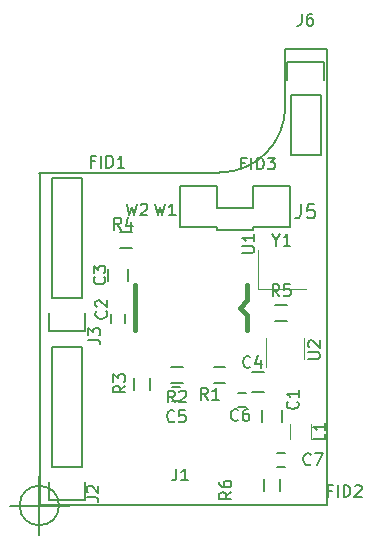
<source format=gto>
%TF.GenerationSoftware,KiCad,Pcbnew,4.0.7*%
%TF.CreationDate,2018-03-05T20:09:29+00:00*%
%TF.ProjectId,a5v11-mod-01,61357631312D6D6F642D30312E6B6963,rev?*%
%TF.FileFunction,Legend,Top*%
%FSLAX46Y46*%
G04 Gerber Fmt 4.6, Leading zero omitted, Abs format (unit mm)*
G04 Created by KiCad (PCBNEW 4.0.7) date Monday, 05 March 2018 'PMt' 20:09:29*
%MOMM*%
%LPD*%
G01*
G04 APERTURE LIST*
%ADD10C,0.100000*%
%ADD11C,0.150000*%
%ADD12C,0.120000*%
%ADD13C,0.381000*%
G04 APERTURE END LIST*
D10*
D11*
X19726066Y-37871400D02*
G75*
G03X19726066Y-37871400I-1666666J0D01*
G01*
X15559400Y-37871400D02*
X20559400Y-37871400D01*
X18059400Y-35371400D02*
X18059400Y-40371400D01*
X33299400Y-9677400D02*
G75*
G03X38887400Y-4089400I0J5588000D01*
G01*
X18150000Y-37800000D02*
X18150000Y-9750000D01*
X42450000Y-37800000D02*
X18150000Y-37800000D01*
X42450000Y750000D02*
X42450000Y-37800000D01*
X38850000Y750000D02*
X42450000Y750000D01*
X38887400Y-4089400D02*
X38850000Y750000D01*
X18059400Y-9677400D02*
X33299400Y-9677400D01*
X24152998Y-22382668D02*
X24152998Y-21682668D01*
X25352998Y-21682668D02*
X25352998Y-22382668D01*
X39340000Y-3150000D02*
X39340000Y-8230000D01*
X39340000Y-8230000D02*
X41880000Y-8230000D01*
X41880000Y-8230000D02*
X41880000Y-3150000D01*
X42160000Y-330000D02*
X42160000Y-1880000D01*
X41880000Y-3150000D02*
X39340000Y-3150000D01*
X39060000Y-1880000D02*
X39060000Y-330000D01*
X39060000Y-330000D02*
X42160000Y-330000D01*
X39050000Y-22275000D02*
X38050000Y-22275000D01*
X38050000Y-20925000D02*
X39050000Y-20925000D01*
X25887998Y-16103668D02*
X24887998Y-16103668D01*
X24887998Y-14753668D02*
X25887998Y-14753668D01*
X27459998Y-27057168D02*
X27459998Y-28057168D01*
X26109998Y-28057168D02*
X26109998Y-27057168D01*
X29205998Y-26120168D02*
X30205998Y-26120168D01*
X30205998Y-27470168D02*
X29205998Y-27470168D01*
X33825498Y-27470168D02*
X32825498Y-27470168D01*
X32825498Y-26120168D02*
X33825498Y-26120168D01*
D12*
X40460000Y-25500000D02*
X40460000Y-23700000D01*
X37240000Y-23700000D02*
X37240000Y-26150000D01*
D11*
X36125000Y-14525000D02*
X33125000Y-14525000D01*
X36125000Y-12675000D02*
X33125000Y-12675000D01*
X36125000Y-12675000D02*
X36125000Y-10850000D01*
X33125000Y-12675000D02*
X33125000Y-10850000D01*
X36125000Y-10850000D02*
X39300000Y-10850000D01*
X33125000Y-10850000D02*
X29950000Y-10850000D01*
X39300000Y-10850000D02*
X39300000Y-14250000D01*
X29950000Y-10850000D02*
X29950000Y-14250000D01*
X39300000Y-14250000D02*
X36125000Y-14250000D01*
X29950000Y-14250000D02*
X33125000Y-14250000D01*
X36125000Y-14250000D02*
X36125000Y-14525000D01*
X33125000Y-14250000D02*
X33125000Y-14525000D01*
X21950000Y-21560000D02*
X21950000Y-23110000D01*
X21950000Y-23110000D02*
X18850000Y-23110000D01*
X18850000Y-23110000D02*
X18850000Y-21560000D01*
X19130000Y-20290000D02*
X19130000Y-10130000D01*
X19130000Y-10130000D02*
X21670000Y-10130000D01*
X21670000Y-10130000D02*
X21670000Y-20290000D01*
X19130000Y-20290000D02*
X21670000Y-20290000D01*
X21950000Y-35850000D02*
X21950000Y-37400000D01*
X21950000Y-37400000D02*
X18850000Y-37400000D01*
X18850000Y-37400000D02*
X18850000Y-35850000D01*
X19130000Y-34580000D02*
X19130000Y-24420000D01*
X19130000Y-24420000D02*
X21670000Y-24420000D01*
X21670000Y-24420000D02*
X21670000Y-34580000D01*
X19130000Y-34580000D02*
X21670000Y-34580000D01*
D13*
X26149998Y-23048668D02*
X26149998Y-19238668D01*
X35674998Y-23048668D02*
X35674998Y-21778668D01*
X35674998Y-21778668D02*
X35039998Y-21143668D01*
X35039998Y-21143668D02*
X35674998Y-20508668D01*
X35674998Y-20508668D02*
X35674998Y-19238668D01*
D11*
X36910000Y-29760000D02*
X36910000Y-30760000D01*
X38610000Y-30760000D02*
X38610000Y-29760000D01*
X23902998Y-17849668D02*
X23902998Y-18849668D01*
X25602998Y-18849668D02*
X25602998Y-17849668D01*
X37060000Y-26560000D02*
X36060000Y-26560000D01*
X36060000Y-28260000D02*
X37060000Y-28260000D01*
X35560000Y-29510000D02*
X34860000Y-29510000D01*
X34860000Y-28310000D02*
X35560000Y-28310000D01*
D12*
X41080000Y-31010000D02*
X41080000Y-32210000D01*
X39320000Y-32210000D02*
X39320000Y-31010000D01*
D11*
X30010000Y-29060000D02*
X29310000Y-29060000D01*
X29310000Y-27860000D02*
X30010000Y-27860000D01*
X38860000Y-34610000D02*
X38160000Y-34610000D01*
X38160000Y-33410000D02*
X38860000Y-33410000D01*
X37085000Y-36610000D02*
X37085000Y-35610000D01*
X38435000Y-35610000D02*
X38435000Y-36610000D01*
D12*
X36610000Y-16210000D02*
X36610000Y-19510000D01*
X36610000Y-19510000D02*
X40610000Y-19510000D01*
D11*
X35488572Y-8888571D02*
X35155238Y-8888571D01*
X35155238Y-9412381D02*
X35155238Y-8412381D01*
X35631429Y-8412381D01*
X36012381Y-9412381D02*
X36012381Y-8412381D01*
X36488571Y-9412381D02*
X36488571Y-8412381D01*
X36726666Y-8412381D01*
X36869524Y-8460000D01*
X36964762Y-8555238D01*
X37012381Y-8650476D01*
X37060000Y-8840952D01*
X37060000Y-8983810D01*
X37012381Y-9174286D01*
X36964762Y-9269524D01*
X36869524Y-9364762D01*
X36726666Y-9412381D01*
X36488571Y-9412381D01*
X37393333Y-8412381D02*
X38012381Y-8412381D01*
X37679047Y-8793333D01*
X37821905Y-8793333D01*
X37917143Y-8840952D01*
X37964762Y-8888571D01*
X38012381Y-8983810D01*
X38012381Y-9221905D01*
X37964762Y-9317143D01*
X37917143Y-9364762D01*
X37821905Y-9412381D01*
X37536190Y-9412381D01*
X37440952Y-9364762D01*
X37393333Y-9317143D01*
X23717143Y-21426666D02*
X23764762Y-21474285D01*
X23812381Y-21617142D01*
X23812381Y-21712380D01*
X23764762Y-21855238D01*
X23669524Y-21950476D01*
X23574286Y-21998095D01*
X23383810Y-22045714D01*
X23240952Y-22045714D01*
X23050476Y-21998095D01*
X22955238Y-21950476D01*
X22860000Y-21855238D01*
X22812381Y-21712380D01*
X22812381Y-21617142D01*
X22860000Y-21474285D01*
X22907619Y-21426666D01*
X22907619Y-21045714D02*
X22860000Y-20998095D01*
X22812381Y-20902857D01*
X22812381Y-20664761D01*
X22860000Y-20569523D01*
X22907619Y-20521904D01*
X23002857Y-20474285D01*
X23098095Y-20474285D01*
X23240952Y-20521904D01*
X23812381Y-21093333D01*
X23812381Y-20474285D01*
X22738572Y-8738571D02*
X22405238Y-8738571D01*
X22405238Y-9262381D02*
X22405238Y-8262381D01*
X22881429Y-8262381D01*
X23262381Y-9262381D02*
X23262381Y-8262381D01*
X23738571Y-9262381D02*
X23738571Y-8262381D01*
X23976666Y-8262381D01*
X24119524Y-8310000D01*
X24214762Y-8405238D01*
X24262381Y-8500476D01*
X24310000Y-8690952D01*
X24310000Y-8833810D01*
X24262381Y-9024286D01*
X24214762Y-9119524D01*
X24119524Y-9214762D01*
X23976666Y-9262381D01*
X23738571Y-9262381D01*
X25262381Y-9262381D02*
X24690952Y-9262381D01*
X24976666Y-9262381D02*
X24976666Y-8262381D01*
X24881428Y-8405238D01*
X24786190Y-8500476D01*
X24690952Y-8548095D01*
X40276667Y3767619D02*
X40276667Y3053333D01*
X40229047Y2910476D01*
X40133809Y2815238D01*
X39990952Y2767619D01*
X39895714Y2767619D01*
X41181429Y3767619D02*
X40990952Y3767619D01*
X40895714Y3720000D01*
X40848095Y3672381D01*
X40752857Y3529524D01*
X40705238Y3339048D01*
X40705238Y2958095D01*
X40752857Y2862857D01*
X40800476Y2815238D01*
X40895714Y2767619D01*
X41086191Y2767619D01*
X41181429Y2815238D01*
X41229048Y2862857D01*
X41276667Y2958095D01*
X41276667Y3196190D01*
X41229048Y3291429D01*
X41181429Y3339048D01*
X41086191Y3386667D01*
X40895714Y3386667D01*
X40800476Y3339048D01*
X40752857Y3291429D01*
X40705238Y3196190D01*
X38383334Y-20152381D02*
X38050000Y-19676190D01*
X37811905Y-20152381D02*
X37811905Y-19152381D01*
X38192858Y-19152381D01*
X38288096Y-19200000D01*
X38335715Y-19247619D01*
X38383334Y-19342857D01*
X38383334Y-19485714D01*
X38335715Y-19580952D01*
X38288096Y-19628571D01*
X38192858Y-19676190D01*
X37811905Y-19676190D01*
X39288096Y-19152381D02*
X38811905Y-19152381D01*
X38764286Y-19628571D01*
X38811905Y-19580952D01*
X38907143Y-19533333D01*
X39145239Y-19533333D01*
X39240477Y-19580952D01*
X39288096Y-19628571D01*
X39335715Y-19723810D01*
X39335715Y-19961905D01*
X39288096Y-20057143D01*
X39240477Y-20104762D01*
X39145239Y-20152381D01*
X38907143Y-20152381D01*
X38811905Y-20104762D01*
X38764286Y-20057143D01*
X24993334Y-14512381D02*
X24660000Y-14036190D01*
X24421905Y-14512381D02*
X24421905Y-13512381D01*
X24802858Y-13512381D01*
X24898096Y-13560000D01*
X24945715Y-13607619D01*
X24993334Y-13702857D01*
X24993334Y-13845714D01*
X24945715Y-13940952D01*
X24898096Y-13988571D01*
X24802858Y-14036190D01*
X24421905Y-14036190D01*
X25850477Y-13845714D02*
X25850477Y-14512381D01*
X25612381Y-13464762D02*
X25374286Y-14179048D01*
X25993334Y-14179048D01*
X25337379Y-27723834D02*
X24861188Y-28057168D01*
X25337379Y-28295263D02*
X24337379Y-28295263D01*
X24337379Y-27914310D01*
X24384998Y-27819072D01*
X24432617Y-27771453D01*
X24527855Y-27723834D01*
X24670712Y-27723834D01*
X24765950Y-27771453D01*
X24813569Y-27819072D01*
X24861188Y-27914310D01*
X24861188Y-28295263D01*
X24337379Y-27390501D02*
X24337379Y-26771453D01*
X24718331Y-27104787D01*
X24718331Y-26961929D01*
X24765950Y-26866691D01*
X24813569Y-26819072D01*
X24908808Y-26771453D01*
X25146903Y-26771453D01*
X25242141Y-26819072D01*
X25289760Y-26866691D01*
X25337379Y-26961929D01*
X25337379Y-27247644D01*
X25289760Y-27342882D01*
X25242141Y-27390501D01*
X29539332Y-29147549D02*
X29205998Y-28671358D01*
X28967903Y-29147549D02*
X28967903Y-28147549D01*
X29348856Y-28147549D01*
X29444094Y-28195168D01*
X29491713Y-28242787D01*
X29539332Y-28338025D01*
X29539332Y-28480882D01*
X29491713Y-28576120D01*
X29444094Y-28623739D01*
X29348856Y-28671358D01*
X28967903Y-28671358D01*
X29920284Y-28242787D02*
X29967903Y-28195168D01*
X30063141Y-28147549D01*
X30301237Y-28147549D01*
X30396475Y-28195168D01*
X30444094Y-28242787D01*
X30491713Y-28338025D01*
X30491713Y-28433263D01*
X30444094Y-28576120D01*
X29872665Y-29147549D01*
X30491713Y-29147549D01*
X32343334Y-28912381D02*
X32010000Y-28436190D01*
X31771905Y-28912381D02*
X31771905Y-27912381D01*
X32152858Y-27912381D01*
X32248096Y-27960000D01*
X32295715Y-28007619D01*
X32343334Y-28102857D01*
X32343334Y-28245714D01*
X32295715Y-28340952D01*
X32248096Y-28388571D01*
X32152858Y-28436190D01*
X31771905Y-28436190D01*
X33295715Y-28912381D02*
X32724286Y-28912381D01*
X33010000Y-28912381D02*
X33010000Y-27912381D01*
X32914762Y-28055238D01*
X32819524Y-28150476D01*
X32724286Y-28198095D01*
X40812381Y-25471905D02*
X41621905Y-25471905D01*
X41717143Y-25424286D01*
X41764762Y-25376667D01*
X41812381Y-25281429D01*
X41812381Y-25090952D01*
X41764762Y-24995714D01*
X41717143Y-24948095D01*
X41621905Y-24900476D01*
X40812381Y-24900476D01*
X40907619Y-24471905D02*
X40860000Y-24424286D01*
X40812381Y-24329048D01*
X40812381Y-24090952D01*
X40860000Y-23995714D01*
X40907619Y-23948095D01*
X41002857Y-23900476D01*
X41098095Y-23900476D01*
X41240952Y-23948095D01*
X41812381Y-24519524D01*
X41812381Y-23900476D01*
X40210000Y-12352857D02*
X40210000Y-13210000D01*
X40152858Y-13381429D01*
X40038572Y-13495714D01*
X39867143Y-13552857D01*
X39752858Y-13552857D01*
X41352858Y-12352857D02*
X40781429Y-12352857D01*
X40724286Y-12924286D01*
X40781429Y-12867143D01*
X40895715Y-12810000D01*
X41181429Y-12810000D01*
X41295715Y-12867143D01*
X41352858Y-12924286D01*
X41410001Y-13038571D01*
X41410001Y-13324286D01*
X41352858Y-13438571D01*
X41295715Y-13495714D01*
X41181429Y-13552857D01*
X40895715Y-13552857D01*
X40781429Y-13495714D01*
X40724286Y-13438571D01*
X22212381Y-23843333D02*
X22926667Y-23843333D01*
X23069524Y-23890953D01*
X23164762Y-23986191D01*
X23212381Y-24129048D01*
X23212381Y-24224286D01*
X22212381Y-23462381D02*
X22212381Y-22843333D01*
X22593333Y-23176667D01*
X22593333Y-23033809D01*
X22640952Y-22938571D01*
X22688571Y-22890952D01*
X22783810Y-22843333D01*
X23021905Y-22843333D01*
X23117143Y-22890952D01*
X23164762Y-22938571D01*
X23212381Y-23033809D01*
X23212381Y-23319524D01*
X23164762Y-23414762D01*
X23117143Y-23462381D01*
X22062381Y-37193333D02*
X22776667Y-37193333D01*
X22919524Y-37240953D01*
X23014762Y-37336191D01*
X23062381Y-37479048D01*
X23062381Y-37574286D01*
X22157619Y-36764762D02*
X22110000Y-36717143D01*
X22062381Y-36621905D01*
X22062381Y-36383809D01*
X22110000Y-36288571D01*
X22157619Y-36240952D01*
X22252857Y-36193333D01*
X22348095Y-36193333D01*
X22490952Y-36240952D01*
X23062381Y-36812381D01*
X23062381Y-36193333D01*
X29666667Y-34752381D02*
X29666667Y-35466667D01*
X29619047Y-35609524D01*
X29523809Y-35704762D01*
X29380952Y-35752381D01*
X29285714Y-35752381D01*
X30666667Y-35752381D02*
X30095238Y-35752381D01*
X30380952Y-35752381D02*
X30380952Y-34752381D01*
X30285714Y-34895238D01*
X30190476Y-34990476D01*
X30095238Y-35038095D01*
X35262381Y-16471905D02*
X36071905Y-16471905D01*
X36167143Y-16424286D01*
X36214762Y-16376667D01*
X36262381Y-16281429D01*
X36262381Y-16090952D01*
X36214762Y-15995714D01*
X36167143Y-15948095D01*
X36071905Y-15900476D01*
X35262381Y-15900476D01*
X36262381Y-14900476D02*
X36262381Y-15471905D01*
X36262381Y-15186191D02*
X35262381Y-15186191D01*
X35405238Y-15281429D01*
X35500476Y-15376667D01*
X35548095Y-15471905D01*
X42828572Y-36628571D02*
X42495238Y-36628571D01*
X42495238Y-37152381D02*
X42495238Y-36152381D01*
X42971429Y-36152381D01*
X43352381Y-37152381D02*
X43352381Y-36152381D01*
X43828571Y-37152381D02*
X43828571Y-36152381D01*
X44066666Y-36152381D01*
X44209524Y-36200000D01*
X44304762Y-36295238D01*
X44352381Y-36390476D01*
X44400000Y-36580952D01*
X44400000Y-36723810D01*
X44352381Y-36914286D01*
X44304762Y-37009524D01*
X44209524Y-37104762D01*
X44066666Y-37152381D01*
X43828571Y-37152381D01*
X44780952Y-36247619D02*
X44828571Y-36200000D01*
X44923809Y-36152381D01*
X45161905Y-36152381D01*
X45257143Y-36200000D01*
X45304762Y-36247619D01*
X45352381Y-36342857D01*
X45352381Y-36438095D01*
X45304762Y-36580952D01*
X44733333Y-37152381D01*
X45352381Y-37152381D01*
X39917143Y-29076666D02*
X39964762Y-29124285D01*
X40012381Y-29267142D01*
X40012381Y-29362380D01*
X39964762Y-29505238D01*
X39869524Y-29600476D01*
X39774286Y-29648095D01*
X39583810Y-29695714D01*
X39440952Y-29695714D01*
X39250476Y-29648095D01*
X39155238Y-29600476D01*
X39060000Y-29505238D01*
X39012381Y-29362380D01*
X39012381Y-29267142D01*
X39060000Y-29124285D01*
X39107619Y-29076666D01*
X40012381Y-28124285D02*
X40012381Y-28695714D01*
X40012381Y-28410000D02*
X39012381Y-28410000D01*
X39155238Y-28505238D01*
X39250476Y-28600476D01*
X39298095Y-28695714D01*
X23567143Y-18516334D02*
X23614762Y-18563953D01*
X23662381Y-18706810D01*
X23662381Y-18802048D01*
X23614762Y-18944906D01*
X23519524Y-19040144D01*
X23424286Y-19087763D01*
X23233810Y-19135382D01*
X23090952Y-19135382D01*
X22900476Y-19087763D01*
X22805238Y-19040144D01*
X22710000Y-18944906D01*
X22662381Y-18802048D01*
X22662381Y-18706810D01*
X22710000Y-18563953D01*
X22757619Y-18516334D01*
X22662381Y-18183001D02*
X22662381Y-17563953D01*
X23043333Y-17897287D01*
X23043333Y-17754429D01*
X23090952Y-17659191D01*
X23138571Y-17611572D01*
X23233810Y-17563953D01*
X23471905Y-17563953D01*
X23567143Y-17611572D01*
X23614762Y-17659191D01*
X23662381Y-17754429D01*
X23662381Y-18040144D01*
X23614762Y-18135382D01*
X23567143Y-18183001D01*
X35943334Y-26117143D02*
X35895715Y-26164762D01*
X35752858Y-26212381D01*
X35657620Y-26212381D01*
X35514762Y-26164762D01*
X35419524Y-26069524D01*
X35371905Y-25974286D01*
X35324286Y-25783810D01*
X35324286Y-25640952D01*
X35371905Y-25450476D01*
X35419524Y-25355238D01*
X35514762Y-25260000D01*
X35657620Y-25212381D01*
X35752858Y-25212381D01*
X35895715Y-25260000D01*
X35943334Y-25307619D01*
X36800477Y-25545714D02*
X36800477Y-26212381D01*
X36562381Y-25164762D02*
X36324286Y-25879048D01*
X36943334Y-25879048D01*
X34893334Y-30617143D02*
X34845715Y-30664762D01*
X34702858Y-30712381D01*
X34607620Y-30712381D01*
X34464762Y-30664762D01*
X34369524Y-30569524D01*
X34321905Y-30474286D01*
X34274286Y-30283810D01*
X34274286Y-30140952D01*
X34321905Y-29950476D01*
X34369524Y-29855238D01*
X34464762Y-29760000D01*
X34607620Y-29712381D01*
X34702858Y-29712381D01*
X34845715Y-29760000D01*
X34893334Y-29807619D01*
X35750477Y-29712381D02*
X35560000Y-29712381D01*
X35464762Y-29760000D01*
X35417143Y-29807619D01*
X35321905Y-29950476D01*
X35274286Y-30140952D01*
X35274286Y-30521905D01*
X35321905Y-30617143D01*
X35369524Y-30664762D01*
X35464762Y-30712381D01*
X35655239Y-30712381D01*
X35750477Y-30664762D01*
X35798096Y-30617143D01*
X35845715Y-30521905D01*
X35845715Y-30283810D01*
X35798096Y-30188571D01*
X35750477Y-30140952D01*
X35655239Y-30093333D01*
X35464762Y-30093333D01*
X35369524Y-30140952D01*
X35321905Y-30188571D01*
X35274286Y-30283810D01*
X42262381Y-31776666D02*
X42262381Y-32252857D01*
X41262381Y-32252857D01*
X42262381Y-30919523D02*
X42262381Y-31490952D01*
X42262381Y-31205238D02*
X41262381Y-31205238D01*
X41405238Y-31300476D01*
X41500476Y-31395714D01*
X41548095Y-31490952D01*
X29493334Y-30717143D02*
X29445715Y-30764762D01*
X29302858Y-30812381D01*
X29207620Y-30812381D01*
X29064762Y-30764762D01*
X28969524Y-30669524D01*
X28921905Y-30574286D01*
X28874286Y-30383810D01*
X28874286Y-30240952D01*
X28921905Y-30050476D01*
X28969524Y-29955238D01*
X29064762Y-29860000D01*
X29207620Y-29812381D01*
X29302858Y-29812381D01*
X29445715Y-29860000D01*
X29493334Y-29907619D01*
X30398096Y-29812381D02*
X29921905Y-29812381D01*
X29874286Y-30288571D01*
X29921905Y-30240952D01*
X30017143Y-30193333D01*
X30255239Y-30193333D01*
X30350477Y-30240952D01*
X30398096Y-30288571D01*
X30445715Y-30383810D01*
X30445715Y-30621905D01*
X30398096Y-30717143D01*
X30350477Y-30764762D01*
X30255239Y-30812381D01*
X30017143Y-30812381D01*
X29921905Y-30764762D01*
X29874286Y-30717143D01*
X27855238Y-12312381D02*
X28093333Y-13312381D01*
X28283810Y-12598095D01*
X28474286Y-13312381D01*
X28712381Y-12312381D01*
X29617143Y-13312381D02*
X29045714Y-13312381D01*
X29331428Y-13312381D02*
X29331428Y-12312381D01*
X29236190Y-12455238D01*
X29140952Y-12550476D01*
X29045714Y-12598095D01*
X25455238Y-12312381D02*
X25693333Y-13312381D01*
X25883810Y-12598095D01*
X26074286Y-13312381D01*
X26312381Y-12312381D01*
X26645714Y-12407619D02*
X26693333Y-12360000D01*
X26788571Y-12312381D01*
X27026667Y-12312381D01*
X27121905Y-12360000D01*
X27169524Y-12407619D01*
X27217143Y-12502857D01*
X27217143Y-12598095D01*
X27169524Y-12740952D01*
X26598095Y-13312381D01*
X27217143Y-13312381D01*
X41043334Y-34367143D02*
X40995715Y-34414762D01*
X40852858Y-34462381D01*
X40757620Y-34462381D01*
X40614762Y-34414762D01*
X40519524Y-34319524D01*
X40471905Y-34224286D01*
X40424286Y-34033810D01*
X40424286Y-33890952D01*
X40471905Y-33700476D01*
X40519524Y-33605238D01*
X40614762Y-33510000D01*
X40757620Y-33462381D01*
X40852858Y-33462381D01*
X40995715Y-33510000D01*
X41043334Y-33557619D01*
X41376667Y-33462381D02*
X42043334Y-33462381D01*
X41614762Y-34462381D01*
X34312381Y-36726666D02*
X33836190Y-37060000D01*
X34312381Y-37298095D02*
X33312381Y-37298095D01*
X33312381Y-36917142D01*
X33360000Y-36821904D01*
X33407619Y-36774285D01*
X33502857Y-36726666D01*
X33645714Y-36726666D01*
X33740952Y-36774285D01*
X33788571Y-36821904D01*
X33836190Y-36917142D01*
X33836190Y-37298095D01*
X33312381Y-35869523D02*
X33312381Y-36060000D01*
X33360000Y-36155238D01*
X33407619Y-36202857D01*
X33550476Y-36298095D01*
X33740952Y-36345714D01*
X34121905Y-36345714D01*
X34217143Y-36298095D01*
X34264762Y-36250476D01*
X34312381Y-36155238D01*
X34312381Y-35964761D01*
X34264762Y-35869523D01*
X34217143Y-35821904D01*
X34121905Y-35774285D01*
X33883810Y-35774285D01*
X33788571Y-35821904D01*
X33740952Y-35869523D01*
X33693333Y-35964761D01*
X33693333Y-36155238D01*
X33740952Y-36250476D01*
X33788571Y-36298095D01*
X33883810Y-36345714D01*
X38133809Y-15386190D02*
X38133809Y-15862381D01*
X37800476Y-14862381D02*
X38133809Y-15386190D01*
X38467143Y-14862381D01*
X39324286Y-15862381D02*
X38752857Y-15862381D01*
X39038571Y-15862381D02*
X39038571Y-14862381D01*
X38943333Y-15005238D01*
X38848095Y-15100476D01*
X38752857Y-15148095D01*
M02*

</source>
